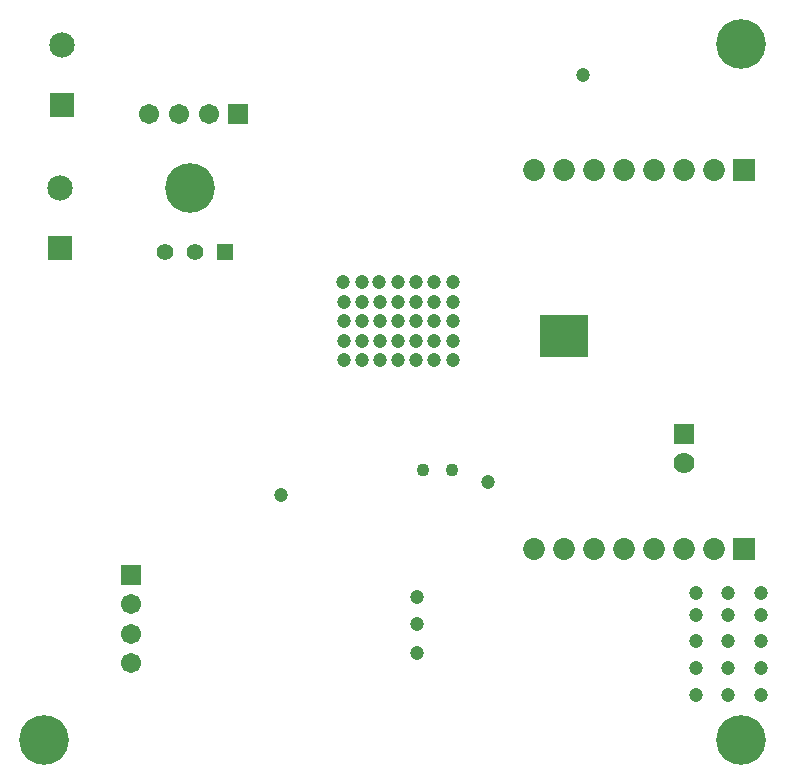
<source format=gbs>
G04*
G04 #@! TF.GenerationSoftware,Altium Limited,Altium Designer,19.0.10 (269)*
G04*
G04 Layer_Color=16711935*
%FSLAX25Y25*%
%MOIN*%
G70*
G01*
G75*
%ADD28C,0.16548*%
%ADD29C,0.05595*%
%ADD30R,0.05595X0.05595*%
%ADD31R,0.06737X0.06737*%
%ADD32C,0.06737*%
%ADD33R,0.06737X0.06737*%
%ADD34C,0.07296*%
%ADD35R,0.07296X0.07296*%
%ADD36C,0.07001*%
%ADD37R,0.07001X0.07001*%
%ADD38C,0.08477*%
%ADD39R,0.08477X0.08477*%
%ADD40C,0.04737*%
%ADD69C,0.04300*%
G36*
X279047Y381953D02*
X295047D01*
Y395953D01*
X279047D01*
Y381953D01*
D02*
G37*
D28*
X346000Y254500D02*
D03*
X113500D02*
D03*
X346000Y486500D02*
D03*
X162286Y438500D02*
D03*
D29*
X154000Y417000D02*
D03*
X164000D02*
D03*
D30*
X174000D02*
D03*
D31*
X142500Y309500D02*
D03*
D32*
Y299658D02*
D03*
Y289815D02*
D03*
Y279972D02*
D03*
X168500Y463000D02*
D03*
X158658D02*
D03*
X148815D02*
D03*
D33*
X178342D02*
D03*
D34*
X277000Y318000D02*
D03*
X287000D02*
D03*
X297000D02*
D03*
X307000D02*
D03*
X317000D02*
D03*
X327000D02*
D03*
X337000D02*
D03*
Y444500D02*
D03*
X327000D02*
D03*
X317000D02*
D03*
X307000D02*
D03*
X297000D02*
D03*
X287000D02*
D03*
X277000D02*
D03*
D35*
X347000Y318000D02*
D03*
Y444500D02*
D03*
D36*
X327067Y346579D02*
D03*
D37*
Y356421D02*
D03*
D38*
X119500Y486000D02*
D03*
X119000Y438221D02*
D03*
D39*
X119500Y466000D02*
D03*
X119000Y418221D02*
D03*
D40*
X293376Y476000D02*
D03*
X250000Y407000D02*
D03*
X243529D02*
D03*
X237500D02*
D03*
X231538D02*
D03*
X225455D02*
D03*
X213462D02*
D03*
X219500D02*
D03*
X352500Y269500D02*
D03*
X341500D02*
D03*
X331000D02*
D03*
X352500Y278500D02*
D03*
X341500D02*
D03*
X331000D02*
D03*
X352500Y287500D02*
D03*
X341500D02*
D03*
X331000D02*
D03*
X352500Y296000D02*
D03*
X341500D02*
D03*
X331000D02*
D03*
X352500Y303500D02*
D03*
X341500D02*
D03*
X331000D02*
D03*
X250000Y381000D02*
D03*
X243500D02*
D03*
X237500D02*
D03*
X231500D02*
D03*
X225500D02*
D03*
X219504D02*
D03*
X250000Y387500D02*
D03*
X243500D02*
D03*
X237500D02*
D03*
X231500D02*
D03*
X225500D02*
D03*
X219500D02*
D03*
X250000Y394000D02*
D03*
X243500D02*
D03*
X237500D02*
D03*
X231500D02*
D03*
X225500D02*
D03*
X219500D02*
D03*
X250000Y400500D02*
D03*
X243500D02*
D03*
X237500D02*
D03*
X231500D02*
D03*
X225500D02*
D03*
X219504D02*
D03*
X213587Y381000D02*
D03*
Y387500D02*
D03*
X213500Y394000D02*
D03*
X213587Y400500D02*
D03*
X192500Y336000D02*
D03*
X238000Y302000D02*
D03*
Y293000D02*
D03*
Y283500D02*
D03*
X261500Y340500D02*
D03*
D69*
X249500Y344500D02*
D03*
X240000D02*
D03*
X291000Y389000D02*
D03*
X282547Y389047D02*
D03*
M02*

</source>
